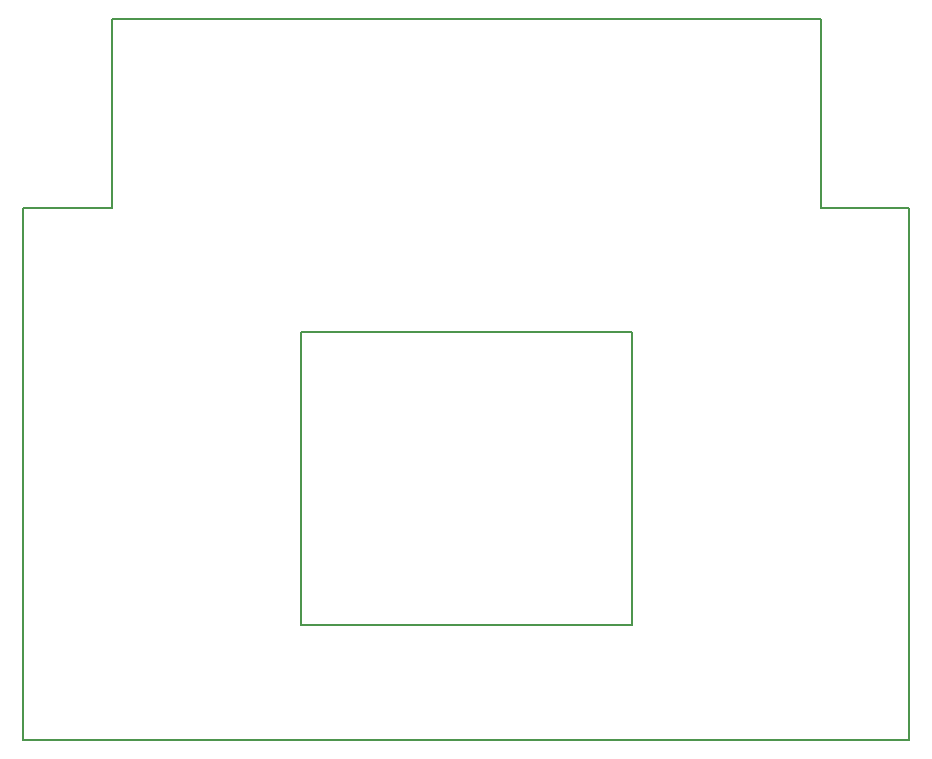
<source format=gm1>
G04 #@! TF.GenerationSoftware,KiCad,Pcbnew,8.0.6*
G04 #@! TF.CreationDate,2025-02-13T15:54:34+01:00*
G04 #@! TF.ProjectId,Merx_Carte_Ucontroleur,4d657278-5f43-4617-9274-655f55636f6e,rev?*
G04 #@! TF.SameCoordinates,Original*
G04 #@! TF.FileFunction,Profile,NP*
%FSLAX46Y46*%
G04 Gerber Fmt 4.6, Leading zero omitted, Abs format (unit mm)*
G04 Created by KiCad (PCBNEW 8.0.6) date 2025-02-13 15:54:34*
%MOMM*%
%LPD*%
G01*
G04 APERTURE LIST*
G04 #@! TA.AperFunction,Profile*
%ADD10C,0.200000*%
G04 #@! TD*
G04 APERTURE END LIST*
D10*
X86920000Y-45900000D02*
X86920000Y-61900000D01*
X146920000Y-45900000D02*
X86920000Y-45900000D01*
X86920000Y-61900000D02*
X79420000Y-61900000D01*
X79420000Y-61900000D02*
X79420000Y-106900000D01*
X154420000Y-106900000D02*
X154420000Y-61900000D01*
X154420000Y-61900000D02*
X146920000Y-61900000D01*
X146920000Y-61900000D02*
X146920000Y-45900000D01*
X102910000Y-72370000D02*
X130950000Y-72370000D01*
X130950000Y-97160000D01*
X102910000Y-97160000D01*
X102910000Y-72370000D01*
X79420000Y-106900000D02*
X154420000Y-106900000D01*
M02*

</source>
